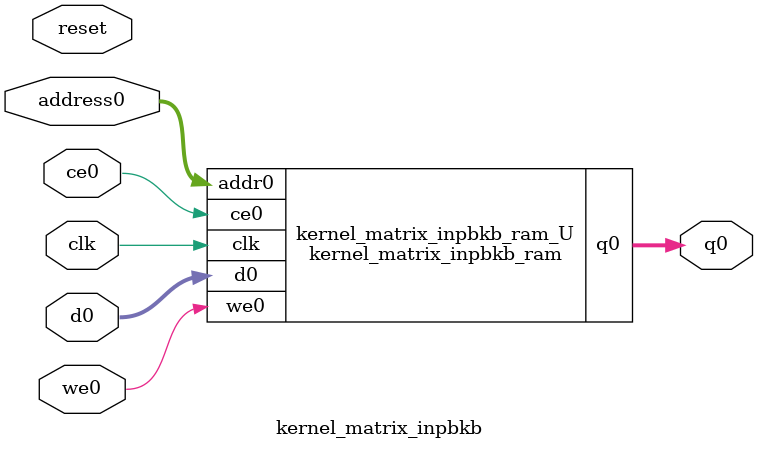
<source format=v>

`timescale 1 ns / 1 ps
module kernel_matrix_inpbkb_ram (addr0, ce0, d0, we0, q0,  clk);

parameter DWIDTH = 32;
parameter AWIDTH = 17;
parameter MEM_SIZE = 78400;

input[AWIDTH-1:0] addr0;
input ce0;
input[DWIDTH-1:0] d0;
input we0;
output reg[DWIDTH-1:0] q0;
input clk;

(* ram_style = "block" *)reg [DWIDTH-1:0] ram[0:MEM_SIZE-1];




always @(posedge clk)  
begin 
    if (ce0) 
    begin
        if (we0) 
        begin 
            ram[addr0] <= d0; 
            q0 <= d0;
        end 
        else 
            q0 <= ram[addr0];
    end
end


endmodule


`timescale 1 ns / 1 ps
module kernel_matrix_inpbkb(
    reset,
    clk,
    address0,
    ce0,
    we0,
    d0,
    q0);

parameter DataWidth = 32'd32;
parameter AddressRange = 32'd78400;
parameter AddressWidth = 32'd17;
input reset;
input clk;
input[AddressWidth - 1:0] address0;
input ce0;
input we0;
input[DataWidth - 1:0] d0;
output[DataWidth - 1:0] q0;



kernel_matrix_inpbkb_ram kernel_matrix_inpbkb_ram_U(
    .clk( clk ),
    .addr0( address0 ),
    .ce0( ce0 ),
    .we0( we0 ),
    .d0( d0 ),
    .q0( q0 ));

endmodule


</source>
